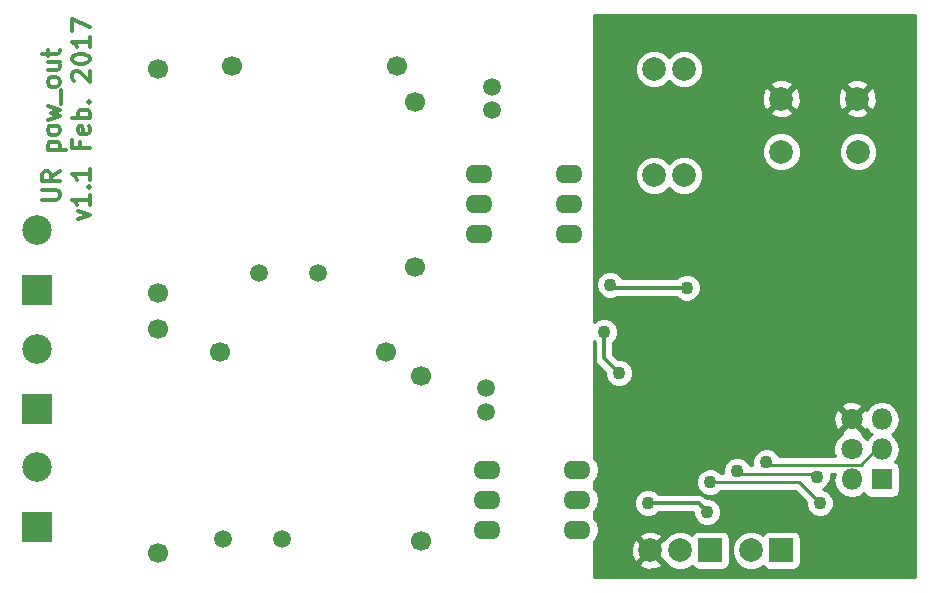
<source format=gtl>
G04 #@! TF.FileFunction,Copper,L1,Top,Signal*
%FSLAX46Y46*%
G04 Gerber Fmt 4.6, Leading zero omitted, Abs format (unit mm)*
G04 Created by KiCad (PCBNEW 4.0.4+dfsg1-stable) date Mon Feb 27 19:18:29 2017*
%MOMM*%
%LPD*%
G01*
G04 APERTURE LIST*
%ADD10C,0.100000*%
%ADD11C,0.300000*%
%ADD12C,1.700000*%
%ADD13R,1.800000X1.800000*%
%ADD14O,1.800000X1.800000*%
%ADD15C,1.800000*%
%ADD16C,2.000000*%
%ADD17C,1.500000*%
%ADD18R,2.000000X2.000000*%
%ADD19R,2.500000X2.500000*%
%ADD20C,2.500000*%
%ADD21O,2.300000X1.600000*%
%ADD22C,1.100000*%
%ADD23C,0.250000*%
%ADD24C,0.254000*%
G04 APERTURE END LIST*
D10*
D11*
X6403571Y32678571D02*
X7617857Y32678571D01*
X7760714Y32749999D01*
X7832143Y32821428D01*
X7903571Y32964285D01*
X7903571Y33249999D01*
X7832143Y33392857D01*
X7760714Y33464285D01*
X7617857Y33535714D01*
X6403571Y33535714D01*
X7903571Y35107143D02*
X7189286Y34607143D01*
X7903571Y34250000D02*
X6403571Y34250000D01*
X6403571Y34821428D01*
X6475000Y34964286D01*
X6546429Y35035714D01*
X6689286Y35107143D01*
X6903571Y35107143D01*
X7046429Y35035714D01*
X7117857Y34964286D01*
X7189286Y34821428D01*
X7189286Y34250000D01*
X6903571Y36892857D02*
X8403571Y36892857D01*
X6975000Y36892857D02*
X6903571Y37035714D01*
X6903571Y37321428D01*
X6975000Y37464285D01*
X7046429Y37535714D01*
X7189286Y37607143D01*
X7617857Y37607143D01*
X7760714Y37535714D01*
X7832143Y37464285D01*
X7903571Y37321428D01*
X7903571Y37035714D01*
X7832143Y36892857D01*
X7903571Y38464286D02*
X7832143Y38321428D01*
X7760714Y38250000D01*
X7617857Y38178571D01*
X7189286Y38178571D01*
X7046429Y38250000D01*
X6975000Y38321428D01*
X6903571Y38464286D01*
X6903571Y38678571D01*
X6975000Y38821428D01*
X7046429Y38892857D01*
X7189286Y38964286D01*
X7617857Y38964286D01*
X7760714Y38892857D01*
X7832143Y38821428D01*
X7903571Y38678571D01*
X7903571Y38464286D01*
X6903571Y39464286D02*
X7903571Y39750000D01*
X7189286Y40035714D01*
X7903571Y40321429D01*
X6903571Y40607143D01*
X8046429Y40821429D02*
X8046429Y41964286D01*
X7903571Y42535715D02*
X7832143Y42392857D01*
X7760714Y42321429D01*
X7617857Y42250000D01*
X7189286Y42250000D01*
X7046429Y42321429D01*
X6975000Y42392857D01*
X6903571Y42535715D01*
X6903571Y42750000D01*
X6975000Y42892857D01*
X7046429Y42964286D01*
X7189286Y43035715D01*
X7617857Y43035715D01*
X7760714Y42964286D01*
X7832143Y42892857D01*
X7903571Y42750000D01*
X7903571Y42535715D01*
X6903571Y44321429D02*
X7903571Y44321429D01*
X6903571Y43678572D02*
X7689286Y43678572D01*
X7832143Y43750000D01*
X7903571Y43892858D01*
X7903571Y44107143D01*
X7832143Y44250000D01*
X7760714Y44321429D01*
X6903571Y44821429D02*
X6903571Y45392858D01*
X6403571Y45035715D02*
X7689286Y45035715D01*
X7832143Y45107143D01*
X7903571Y45250001D01*
X7903571Y45392858D01*
X9453571Y31035716D02*
X10453571Y31392859D01*
X9453571Y31750001D01*
X10453571Y33107144D02*
X10453571Y32250001D01*
X10453571Y32678573D02*
X8953571Y32678573D01*
X9167857Y32535716D01*
X9310714Y32392858D01*
X9382143Y32250001D01*
X10310714Y33750001D02*
X10382143Y33821429D01*
X10453571Y33750001D01*
X10382143Y33678572D01*
X10310714Y33750001D01*
X10453571Y33750001D01*
X10453571Y35250001D02*
X10453571Y34392858D01*
X10453571Y34821430D02*
X8953571Y34821430D01*
X9167857Y34678573D01*
X9310714Y34535715D01*
X9382143Y34392858D01*
X9667857Y37535715D02*
X9667857Y37035715D01*
X10453571Y37035715D02*
X8953571Y37035715D01*
X8953571Y37750001D01*
X10382143Y38892857D02*
X10453571Y38750000D01*
X10453571Y38464286D01*
X10382143Y38321429D01*
X10239286Y38250000D01*
X9667857Y38250000D01*
X9525000Y38321429D01*
X9453571Y38464286D01*
X9453571Y38750000D01*
X9525000Y38892857D01*
X9667857Y38964286D01*
X9810714Y38964286D01*
X9953571Y38250000D01*
X10453571Y39607143D02*
X8953571Y39607143D01*
X9525000Y39607143D02*
X9453571Y39750000D01*
X9453571Y40035714D01*
X9525000Y40178571D01*
X9596429Y40250000D01*
X9739286Y40321429D01*
X10167857Y40321429D01*
X10310714Y40250000D01*
X10382143Y40178571D01*
X10453571Y40035714D01*
X10453571Y39750000D01*
X10382143Y39607143D01*
X10310714Y40964286D02*
X10382143Y41035714D01*
X10453571Y40964286D01*
X10382143Y40892857D01*
X10310714Y40964286D01*
X10453571Y40964286D01*
X9096429Y42750000D02*
X9025000Y42821429D01*
X8953571Y42964286D01*
X8953571Y43321429D01*
X9025000Y43464286D01*
X9096429Y43535715D01*
X9239286Y43607143D01*
X9382143Y43607143D01*
X9596429Y43535715D01*
X10453571Y42678572D01*
X10453571Y43607143D01*
X8953571Y44535714D02*
X8953571Y44678571D01*
X9025000Y44821428D01*
X9096429Y44892857D01*
X9239286Y44964286D01*
X9525000Y45035714D01*
X9882143Y45035714D01*
X10167857Y44964286D01*
X10310714Y44892857D01*
X10382143Y44821428D01*
X10453571Y44678571D01*
X10453571Y44535714D01*
X10382143Y44392857D01*
X10310714Y44321428D01*
X10167857Y44250000D01*
X9882143Y44178571D01*
X9525000Y44178571D01*
X9239286Y44250000D01*
X9096429Y44321428D01*
X9025000Y44392857D01*
X8953571Y44535714D01*
X10453571Y46464285D02*
X10453571Y45607142D01*
X10453571Y46035714D02*
X8953571Y46035714D01*
X9167857Y45892857D01*
X9310714Y45749999D01*
X9382143Y45607142D01*
X8953571Y46964285D02*
X8953571Y47964285D01*
X10453571Y47321428D01*
D12*
X38500000Y17750000D03*
X38500000Y3750000D03*
D13*
X77500000Y9000000D03*
D14*
X74960000Y9000000D03*
X77500000Y11540000D03*
D15*
X74960000Y11540000D03*
D14*
X77500000Y14080000D03*
D15*
X74960000Y14080000D03*
D16*
X60770000Y43750000D03*
X58230000Y43750000D03*
D17*
X44000000Y16750000D03*
X44000000Y14750000D03*
X44500000Y42250000D03*
X44500000Y40250000D03*
X21750000Y4000000D03*
X26750000Y4000000D03*
X24750000Y26500000D03*
X29750000Y26500000D03*
D18*
X69000000Y3000000D03*
D16*
X66460000Y3000000D03*
D19*
X6000000Y5000000D03*
D20*
X6000000Y10080000D03*
D18*
X63000000Y3000000D03*
D16*
X60460000Y3000000D03*
X57920000Y3000000D03*
D19*
X6000000Y15000000D03*
D20*
X6000000Y20080000D03*
D19*
X6000000Y25000000D03*
D20*
X6000000Y30080000D03*
D12*
X38000000Y41000000D03*
X38000000Y27000000D03*
X21500000Y19750000D03*
X35500000Y19750000D03*
X22500000Y44000000D03*
X36500000Y44000000D03*
X16250000Y2750000D03*
X16250000Y21750000D03*
X16250000Y24750000D03*
X16250000Y43750000D03*
D21*
X51750000Y4750000D03*
X51750000Y7290000D03*
X51750000Y9830000D03*
X44130000Y9830000D03*
X44130000Y7290000D03*
X44130000Y4750000D03*
X51000000Y29750000D03*
X51000000Y32290000D03*
X51000000Y34830000D03*
X43380000Y34830000D03*
X43380000Y32290000D03*
X43380000Y29750000D03*
D16*
X60770000Y34750000D03*
X58230000Y34750000D03*
X75501200Y36752100D03*
X68998800Y36752100D03*
X75425000Y41247900D03*
X68998800Y41247900D03*
D22*
X54500000Y25500000D03*
X61000000Y25250000D03*
X54000000Y21500000D03*
X55250000Y18000000D03*
X72000000Y9250000D03*
X65250000Y9750000D03*
X57750000Y7000000D03*
X62750000Y6250000D03*
X73500000Y25750000D03*
X60000000Y14250000D03*
X60000000Y21000000D03*
X59250000Y8500000D03*
X63000000Y8750000D03*
X72250000Y7000000D03*
X67750000Y10500000D03*
D11*
X54750000Y25250000D02*
X61000000Y25250000D01*
X54500000Y25500000D02*
X54750000Y25250000D01*
X54000000Y19250000D02*
X54000000Y21500000D01*
X55250000Y18000000D02*
X54000000Y19250000D01*
D23*
X72000000Y9250000D02*
X71750000Y9500000D01*
X71750000Y9500000D02*
X65500000Y9500000D01*
X65500000Y9500000D02*
X65250000Y9750000D01*
D11*
X62000000Y7000000D02*
X57750000Y7000000D01*
X62750000Y6250000D02*
X62000000Y7000000D01*
D23*
X70500000Y8750000D02*
X63000000Y8750000D01*
X72250000Y7000000D02*
X70500000Y8750000D01*
X77500000Y11540000D02*
X77040000Y11540000D01*
X77040000Y11540000D02*
X75750000Y10250000D01*
X75750000Y10250000D02*
X68000000Y10250000D01*
X68000000Y10250000D02*
X67750000Y10500000D01*
D24*
G36*
X80290000Y710000D02*
X53127000Y710000D01*
X53127000Y1847468D01*
X56947073Y1847468D01*
X57045736Y1580613D01*
X57655461Y1354092D01*
X58305460Y1378144D01*
X58794264Y1580613D01*
X58892927Y1847468D01*
X57920000Y2820395D01*
X56947073Y1847468D01*
X53127000Y1847468D01*
X53127000Y3264539D01*
X56274092Y3264539D01*
X56298144Y2614540D01*
X56500613Y2125736D01*
X56767468Y2027073D01*
X57740395Y3000000D01*
X58099605Y3000000D01*
X59072532Y2027073D01*
X59107938Y2040164D01*
X59532637Y1614722D01*
X60133352Y1365284D01*
X60783795Y1364716D01*
X61384943Y1613106D01*
X61451574Y1679621D01*
X61535910Y1548559D01*
X61748110Y1403569D01*
X62000000Y1352560D01*
X64000000Y1352560D01*
X64235317Y1396838D01*
X64451441Y1535910D01*
X64596431Y1748110D01*
X64647440Y2000000D01*
X64647440Y2676205D01*
X64824716Y2676205D01*
X65073106Y2075057D01*
X65532637Y1614722D01*
X66133352Y1365284D01*
X66783795Y1364716D01*
X67384943Y1613106D01*
X67451574Y1679621D01*
X67535910Y1548559D01*
X67748110Y1403569D01*
X68000000Y1352560D01*
X70000000Y1352560D01*
X70235317Y1396838D01*
X70451441Y1535910D01*
X70596431Y1748110D01*
X70647440Y2000000D01*
X70647440Y4000000D01*
X70603162Y4235317D01*
X70464090Y4451441D01*
X70251890Y4596431D01*
X70000000Y4647440D01*
X68000000Y4647440D01*
X67764683Y4603162D01*
X67548559Y4464090D01*
X67451090Y4321439D01*
X67387363Y4385278D01*
X66786648Y4634716D01*
X66136205Y4635284D01*
X65535057Y4386894D01*
X65074722Y3927363D01*
X64825284Y3326648D01*
X64824716Y2676205D01*
X64647440Y2676205D01*
X64647440Y4000000D01*
X64603162Y4235317D01*
X64464090Y4451441D01*
X64251890Y4596431D01*
X64000000Y4647440D01*
X62000000Y4647440D01*
X61764683Y4603162D01*
X61548559Y4464090D01*
X61451090Y4321439D01*
X61387363Y4385278D01*
X60786648Y4634716D01*
X60136205Y4635284D01*
X59535057Y4386894D01*
X59107438Y3960022D01*
X59072532Y3972927D01*
X58099605Y3000000D01*
X57740395Y3000000D01*
X56767468Y3972927D01*
X56500613Y3874264D01*
X56274092Y3264539D01*
X53127000Y3264539D01*
X53127000Y3720156D01*
X53149668Y3735302D01*
X53428452Y4152532D01*
X56947073Y4152532D01*
X57920000Y3179605D01*
X58892927Y4152532D01*
X58794264Y4419387D01*
X58184539Y4645908D01*
X57534540Y4621856D01*
X57045736Y4419387D01*
X56947073Y4152532D01*
X53428452Y4152532D01*
X53460737Y4200849D01*
X53569970Y4750000D01*
X53460737Y5299151D01*
X53149668Y5764698D01*
X53127000Y5779844D01*
X53127000Y6260156D01*
X53149668Y6275302D01*
X53460737Y6740849D01*
X53465605Y6765323D01*
X56564794Y6765323D01*
X56744820Y6329628D01*
X57077875Y5995991D01*
X57513255Y5815206D01*
X57984677Y5814794D01*
X58420372Y5994820D01*
X58640937Y6215000D01*
X61564969Y6215000D01*
X61564794Y6015323D01*
X61744820Y5579628D01*
X62077875Y5245991D01*
X62513255Y5065206D01*
X62984677Y5064794D01*
X63420372Y5244820D01*
X63754009Y5577875D01*
X63934794Y6013255D01*
X63935206Y6484677D01*
X63755180Y6920372D01*
X63422125Y7254009D01*
X62986745Y7434794D01*
X62675092Y7435066D01*
X62555079Y7555079D01*
X62300407Y7725245D01*
X62000000Y7785000D01*
X58640752Y7785000D01*
X58422125Y8004009D01*
X57986745Y8184794D01*
X57515323Y8185206D01*
X57079628Y8005180D01*
X56745991Y7672125D01*
X56565206Y7236745D01*
X56564794Y6765323D01*
X53465605Y6765323D01*
X53569970Y7290000D01*
X53460737Y7839151D01*
X53149668Y8304698D01*
X53127000Y8319844D01*
X53127000Y8515323D01*
X61814794Y8515323D01*
X61994820Y8079628D01*
X62327875Y7745991D01*
X62763255Y7565206D01*
X63234677Y7564794D01*
X63670372Y7744820D01*
X63915980Y7990000D01*
X70185198Y7990000D01*
X71065095Y7110103D01*
X71064794Y6765323D01*
X71244820Y6329628D01*
X71577875Y5995991D01*
X72013255Y5815206D01*
X72484677Y5814794D01*
X72920372Y5994820D01*
X73254009Y6327875D01*
X73434794Y6763255D01*
X73435206Y7234677D01*
X73255180Y7670372D01*
X72922125Y8004009D01*
X72505874Y8176851D01*
X72670372Y8244820D01*
X73004009Y8577875D01*
X73184794Y9013255D01*
X73185206Y9484677D01*
X73183007Y9490000D01*
X73516485Y9490000D01*
X73425000Y9030072D01*
X73425000Y8969928D01*
X73541845Y8382509D01*
X73874591Y7884519D01*
X74372581Y7551773D01*
X74960000Y7434928D01*
X75547419Y7551773D01*
X76002516Y7855859D01*
X76135910Y7648559D01*
X76348110Y7503569D01*
X76600000Y7452560D01*
X78400000Y7452560D01*
X78635317Y7496838D01*
X78851441Y7635910D01*
X78996431Y7848110D01*
X79047440Y8100000D01*
X79047440Y9900000D01*
X79003162Y10135317D01*
X78864090Y10351441D01*
X78651890Y10496431D01*
X78635656Y10499719D01*
X78918155Y10922509D01*
X79035000Y11509928D01*
X79035000Y11570072D01*
X78918155Y12157491D01*
X78585409Y12655481D01*
X78354155Y12810000D01*
X78585409Y12964519D01*
X78918155Y13462509D01*
X79035000Y14049928D01*
X79035000Y14110072D01*
X78918155Y14697491D01*
X78585409Y15195481D01*
X78087419Y15528227D01*
X77500000Y15645072D01*
X76912581Y15528227D01*
X76414591Y15195481D01*
X76228570Y14917081D01*
X76040159Y14980554D01*
X75139605Y14080000D01*
X76040159Y13179446D01*
X76228570Y13242919D01*
X76414591Y12964519D01*
X76645845Y12810000D01*
X76414591Y12655481D01*
X76254526Y12415926D01*
X75830643Y12840551D01*
X75809806Y12849203D01*
X75860554Y12999841D01*
X74960000Y13900395D01*
X74059446Y12999841D01*
X74110035Y12849673D01*
X74091629Y12842068D01*
X73659449Y12410643D01*
X73425267Y11846670D01*
X73424735Y11236009D01*
X73518120Y11010000D01*
X68821445Y11010000D01*
X68755180Y11170372D01*
X68422125Y11504009D01*
X67986745Y11684794D01*
X67515323Y11685206D01*
X67079628Y11505180D01*
X66745991Y11172125D01*
X66565206Y10736745D01*
X66564794Y10265323D01*
X66566993Y10260000D01*
X66321445Y10260000D01*
X66255180Y10420372D01*
X65922125Y10754009D01*
X65486745Y10934794D01*
X65015323Y10935206D01*
X64579628Y10755180D01*
X64245991Y10422125D01*
X64065206Y9986745D01*
X64064794Y9515323D01*
X64066993Y9510000D01*
X63915708Y9510000D01*
X63672125Y9754009D01*
X63236745Y9934794D01*
X62765323Y9935206D01*
X62329628Y9755180D01*
X61995991Y9422125D01*
X61815206Y8986745D01*
X61814794Y8515323D01*
X53127000Y8515323D01*
X53127000Y8800156D01*
X53149668Y8815302D01*
X53460737Y9280849D01*
X53569970Y9830000D01*
X53460737Y10379151D01*
X53149668Y10844698D01*
X53127000Y10859844D01*
X53127000Y14320664D01*
X73413542Y14320664D01*
X73439161Y13710540D01*
X73623357Y13265852D01*
X73879841Y13179446D01*
X74780395Y14080000D01*
X73879841Y14980554D01*
X73623357Y14894148D01*
X73413542Y14320664D01*
X53127000Y14320664D01*
X53127000Y15160159D01*
X74059446Y15160159D01*
X74960000Y14259605D01*
X75860554Y15160159D01*
X75774148Y15416643D01*
X75200664Y15626458D01*
X74590540Y15600839D01*
X74145852Y15416643D01*
X74059446Y15160159D01*
X53127000Y15160159D01*
X53127000Y20697217D01*
X53215000Y20609063D01*
X53215000Y19250000D01*
X53274755Y18949593D01*
X53444921Y18694921D01*
X54065064Y18074778D01*
X54064794Y17765323D01*
X54244820Y17329628D01*
X54577875Y16995991D01*
X55013255Y16815206D01*
X55484677Y16814794D01*
X55920372Y16994820D01*
X56254009Y17327875D01*
X56434794Y17763255D01*
X56435206Y18234677D01*
X56255180Y18670372D01*
X55922125Y19004009D01*
X55486745Y19184794D01*
X55175092Y19185066D01*
X54785000Y19575158D01*
X54785000Y20609248D01*
X55004009Y20827875D01*
X55184794Y21263255D01*
X55185206Y21734677D01*
X55005180Y22170372D01*
X54672125Y22504009D01*
X54236745Y22684794D01*
X53765323Y22685206D01*
X53329628Y22505180D01*
X53127000Y22302905D01*
X53127000Y25265323D01*
X53314794Y25265323D01*
X53494820Y24829628D01*
X53827875Y24495991D01*
X54263255Y24315206D01*
X54734677Y24314794D01*
X55098202Y24465000D01*
X60109248Y24465000D01*
X60327875Y24245991D01*
X60763255Y24065206D01*
X61234677Y24064794D01*
X61670372Y24244820D01*
X62004009Y24577875D01*
X62184794Y25013255D01*
X62185206Y25484677D01*
X62005180Y25920372D01*
X61672125Y26254009D01*
X61236745Y26434794D01*
X60765323Y26435206D01*
X60329628Y26255180D01*
X60109063Y26035000D01*
X55561115Y26035000D01*
X55505180Y26170372D01*
X55172125Y26504009D01*
X54736745Y26684794D01*
X54265323Y26685206D01*
X53829628Y26505180D01*
X53495991Y26172125D01*
X53315206Y25736745D01*
X53314794Y25265323D01*
X53127000Y25265323D01*
X53127000Y34426205D01*
X56594716Y34426205D01*
X56843106Y33825057D01*
X57302637Y33364722D01*
X57903352Y33115284D01*
X58553795Y33114716D01*
X59154943Y33363106D01*
X59500199Y33707759D01*
X59842637Y33364722D01*
X60443352Y33115284D01*
X61093795Y33114716D01*
X61694943Y33363106D01*
X62155278Y33822637D01*
X62404716Y34423352D01*
X62405284Y35073795D01*
X62156894Y35674943D01*
X61697363Y36135278D01*
X61096648Y36384716D01*
X60446205Y36385284D01*
X59845057Y36136894D01*
X59499801Y35792241D01*
X59157363Y36135278D01*
X58556648Y36384716D01*
X57906205Y36385284D01*
X57305057Y36136894D01*
X56844722Y35677363D01*
X56595284Y35076648D01*
X56594716Y34426205D01*
X53127000Y34426205D01*
X53127000Y36428305D01*
X67363516Y36428305D01*
X67611906Y35827157D01*
X68071437Y35366822D01*
X68672152Y35117384D01*
X69322595Y35116816D01*
X69923743Y35365206D01*
X70384078Y35824737D01*
X70633516Y36425452D01*
X70633518Y36428305D01*
X73865916Y36428305D01*
X74114306Y35827157D01*
X74573837Y35366822D01*
X75174552Y35117384D01*
X75824995Y35116816D01*
X76426143Y35365206D01*
X76886478Y35824737D01*
X77135916Y36425452D01*
X77136484Y37075895D01*
X76888094Y37677043D01*
X76428563Y38137378D01*
X75827848Y38386816D01*
X75177405Y38387384D01*
X74576257Y38138994D01*
X74115922Y37679463D01*
X73866484Y37078748D01*
X73865916Y36428305D01*
X70633518Y36428305D01*
X70634084Y37075895D01*
X70385694Y37677043D01*
X69926163Y38137378D01*
X69325448Y38386816D01*
X68675005Y38387384D01*
X68073857Y38138994D01*
X67613522Y37679463D01*
X67364084Y37078748D01*
X67363516Y36428305D01*
X53127000Y36428305D01*
X53127000Y40095368D01*
X68025873Y40095368D01*
X68124536Y39828513D01*
X68734261Y39601992D01*
X69384260Y39626044D01*
X69873064Y39828513D01*
X69971727Y40095368D01*
X74452073Y40095368D01*
X74550736Y39828513D01*
X75160461Y39601992D01*
X75810460Y39626044D01*
X76299264Y39828513D01*
X76397927Y40095368D01*
X75425000Y41068295D01*
X74452073Y40095368D01*
X69971727Y40095368D01*
X68998800Y41068295D01*
X68025873Y40095368D01*
X53127000Y40095368D01*
X53127000Y41512439D01*
X67352892Y41512439D01*
X67376944Y40862440D01*
X67579413Y40373636D01*
X67846268Y40274973D01*
X68819195Y41247900D01*
X69178405Y41247900D01*
X70151332Y40274973D01*
X70418187Y40373636D01*
X70644708Y40983361D01*
X70625131Y41512439D01*
X73779092Y41512439D01*
X73803144Y40862440D01*
X74005613Y40373636D01*
X74272468Y40274973D01*
X75245395Y41247900D01*
X75604605Y41247900D01*
X76577532Y40274973D01*
X76844387Y40373636D01*
X77070908Y40983361D01*
X77046856Y41633360D01*
X76844387Y42122164D01*
X76577532Y42220827D01*
X75604605Y41247900D01*
X75245395Y41247900D01*
X74272468Y42220827D01*
X74005613Y42122164D01*
X73779092Y41512439D01*
X70625131Y41512439D01*
X70620656Y41633360D01*
X70418187Y42122164D01*
X70151332Y42220827D01*
X69178405Y41247900D01*
X68819195Y41247900D01*
X67846268Y42220827D01*
X67579413Y42122164D01*
X67352892Y41512439D01*
X53127000Y41512439D01*
X53127000Y43426205D01*
X56594716Y43426205D01*
X56843106Y42825057D01*
X57302637Y42364722D01*
X57903352Y42115284D01*
X58553795Y42114716D01*
X59154943Y42363106D01*
X59500199Y42707759D01*
X59842637Y42364722D01*
X60443352Y42115284D01*
X61093795Y42114716D01*
X61694943Y42363106D01*
X61732334Y42400432D01*
X68025873Y42400432D01*
X68998800Y41427505D01*
X69971727Y42400432D01*
X74452073Y42400432D01*
X75425000Y41427505D01*
X76397927Y42400432D01*
X76299264Y42667287D01*
X75689539Y42893808D01*
X75039540Y42869756D01*
X74550736Y42667287D01*
X74452073Y42400432D01*
X69971727Y42400432D01*
X69873064Y42667287D01*
X69263339Y42893808D01*
X68613340Y42869756D01*
X68124536Y42667287D01*
X68025873Y42400432D01*
X61732334Y42400432D01*
X62155278Y42822637D01*
X62404716Y43423352D01*
X62405284Y44073795D01*
X62156894Y44674943D01*
X61697363Y45135278D01*
X61096648Y45384716D01*
X60446205Y45385284D01*
X59845057Y45136894D01*
X59499801Y44792241D01*
X59157363Y45135278D01*
X58556648Y45384716D01*
X57906205Y45385284D01*
X57305057Y45136894D01*
X56844722Y44677363D01*
X56595284Y44076648D01*
X56594716Y43426205D01*
X53127000Y43426205D01*
X53127000Y48290000D01*
X80290000Y48290000D01*
X80290000Y710000D01*
X80290000Y710000D01*
G37*
X80290000Y710000D02*
X53127000Y710000D01*
X53127000Y1847468D01*
X56947073Y1847468D01*
X57045736Y1580613D01*
X57655461Y1354092D01*
X58305460Y1378144D01*
X58794264Y1580613D01*
X58892927Y1847468D01*
X57920000Y2820395D01*
X56947073Y1847468D01*
X53127000Y1847468D01*
X53127000Y3264539D01*
X56274092Y3264539D01*
X56298144Y2614540D01*
X56500613Y2125736D01*
X56767468Y2027073D01*
X57740395Y3000000D01*
X58099605Y3000000D01*
X59072532Y2027073D01*
X59107938Y2040164D01*
X59532637Y1614722D01*
X60133352Y1365284D01*
X60783795Y1364716D01*
X61384943Y1613106D01*
X61451574Y1679621D01*
X61535910Y1548559D01*
X61748110Y1403569D01*
X62000000Y1352560D01*
X64000000Y1352560D01*
X64235317Y1396838D01*
X64451441Y1535910D01*
X64596431Y1748110D01*
X64647440Y2000000D01*
X64647440Y2676205D01*
X64824716Y2676205D01*
X65073106Y2075057D01*
X65532637Y1614722D01*
X66133352Y1365284D01*
X66783795Y1364716D01*
X67384943Y1613106D01*
X67451574Y1679621D01*
X67535910Y1548559D01*
X67748110Y1403569D01*
X68000000Y1352560D01*
X70000000Y1352560D01*
X70235317Y1396838D01*
X70451441Y1535910D01*
X70596431Y1748110D01*
X70647440Y2000000D01*
X70647440Y4000000D01*
X70603162Y4235317D01*
X70464090Y4451441D01*
X70251890Y4596431D01*
X70000000Y4647440D01*
X68000000Y4647440D01*
X67764683Y4603162D01*
X67548559Y4464090D01*
X67451090Y4321439D01*
X67387363Y4385278D01*
X66786648Y4634716D01*
X66136205Y4635284D01*
X65535057Y4386894D01*
X65074722Y3927363D01*
X64825284Y3326648D01*
X64824716Y2676205D01*
X64647440Y2676205D01*
X64647440Y4000000D01*
X64603162Y4235317D01*
X64464090Y4451441D01*
X64251890Y4596431D01*
X64000000Y4647440D01*
X62000000Y4647440D01*
X61764683Y4603162D01*
X61548559Y4464090D01*
X61451090Y4321439D01*
X61387363Y4385278D01*
X60786648Y4634716D01*
X60136205Y4635284D01*
X59535057Y4386894D01*
X59107438Y3960022D01*
X59072532Y3972927D01*
X58099605Y3000000D01*
X57740395Y3000000D01*
X56767468Y3972927D01*
X56500613Y3874264D01*
X56274092Y3264539D01*
X53127000Y3264539D01*
X53127000Y3720156D01*
X53149668Y3735302D01*
X53428452Y4152532D01*
X56947073Y4152532D01*
X57920000Y3179605D01*
X58892927Y4152532D01*
X58794264Y4419387D01*
X58184539Y4645908D01*
X57534540Y4621856D01*
X57045736Y4419387D01*
X56947073Y4152532D01*
X53428452Y4152532D01*
X53460737Y4200849D01*
X53569970Y4750000D01*
X53460737Y5299151D01*
X53149668Y5764698D01*
X53127000Y5779844D01*
X53127000Y6260156D01*
X53149668Y6275302D01*
X53460737Y6740849D01*
X53465605Y6765323D01*
X56564794Y6765323D01*
X56744820Y6329628D01*
X57077875Y5995991D01*
X57513255Y5815206D01*
X57984677Y5814794D01*
X58420372Y5994820D01*
X58640937Y6215000D01*
X61564969Y6215000D01*
X61564794Y6015323D01*
X61744820Y5579628D01*
X62077875Y5245991D01*
X62513255Y5065206D01*
X62984677Y5064794D01*
X63420372Y5244820D01*
X63754009Y5577875D01*
X63934794Y6013255D01*
X63935206Y6484677D01*
X63755180Y6920372D01*
X63422125Y7254009D01*
X62986745Y7434794D01*
X62675092Y7435066D01*
X62555079Y7555079D01*
X62300407Y7725245D01*
X62000000Y7785000D01*
X58640752Y7785000D01*
X58422125Y8004009D01*
X57986745Y8184794D01*
X57515323Y8185206D01*
X57079628Y8005180D01*
X56745991Y7672125D01*
X56565206Y7236745D01*
X56564794Y6765323D01*
X53465605Y6765323D01*
X53569970Y7290000D01*
X53460737Y7839151D01*
X53149668Y8304698D01*
X53127000Y8319844D01*
X53127000Y8515323D01*
X61814794Y8515323D01*
X61994820Y8079628D01*
X62327875Y7745991D01*
X62763255Y7565206D01*
X63234677Y7564794D01*
X63670372Y7744820D01*
X63915980Y7990000D01*
X70185198Y7990000D01*
X71065095Y7110103D01*
X71064794Y6765323D01*
X71244820Y6329628D01*
X71577875Y5995991D01*
X72013255Y5815206D01*
X72484677Y5814794D01*
X72920372Y5994820D01*
X73254009Y6327875D01*
X73434794Y6763255D01*
X73435206Y7234677D01*
X73255180Y7670372D01*
X72922125Y8004009D01*
X72505874Y8176851D01*
X72670372Y8244820D01*
X73004009Y8577875D01*
X73184794Y9013255D01*
X73185206Y9484677D01*
X73183007Y9490000D01*
X73516485Y9490000D01*
X73425000Y9030072D01*
X73425000Y8969928D01*
X73541845Y8382509D01*
X73874591Y7884519D01*
X74372581Y7551773D01*
X74960000Y7434928D01*
X75547419Y7551773D01*
X76002516Y7855859D01*
X76135910Y7648559D01*
X76348110Y7503569D01*
X76600000Y7452560D01*
X78400000Y7452560D01*
X78635317Y7496838D01*
X78851441Y7635910D01*
X78996431Y7848110D01*
X79047440Y8100000D01*
X79047440Y9900000D01*
X79003162Y10135317D01*
X78864090Y10351441D01*
X78651890Y10496431D01*
X78635656Y10499719D01*
X78918155Y10922509D01*
X79035000Y11509928D01*
X79035000Y11570072D01*
X78918155Y12157491D01*
X78585409Y12655481D01*
X78354155Y12810000D01*
X78585409Y12964519D01*
X78918155Y13462509D01*
X79035000Y14049928D01*
X79035000Y14110072D01*
X78918155Y14697491D01*
X78585409Y15195481D01*
X78087419Y15528227D01*
X77500000Y15645072D01*
X76912581Y15528227D01*
X76414591Y15195481D01*
X76228570Y14917081D01*
X76040159Y14980554D01*
X75139605Y14080000D01*
X76040159Y13179446D01*
X76228570Y13242919D01*
X76414591Y12964519D01*
X76645845Y12810000D01*
X76414591Y12655481D01*
X76254526Y12415926D01*
X75830643Y12840551D01*
X75809806Y12849203D01*
X75860554Y12999841D01*
X74960000Y13900395D01*
X74059446Y12999841D01*
X74110035Y12849673D01*
X74091629Y12842068D01*
X73659449Y12410643D01*
X73425267Y11846670D01*
X73424735Y11236009D01*
X73518120Y11010000D01*
X68821445Y11010000D01*
X68755180Y11170372D01*
X68422125Y11504009D01*
X67986745Y11684794D01*
X67515323Y11685206D01*
X67079628Y11505180D01*
X66745991Y11172125D01*
X66565206Y10736745D01*
X66564794Y10265323D01*
X66566993Y10260000D01*
X66321445Y10260000D01*
X66255180Y10420372D01*
X65922125Y10754009D01*
X65486745Y10934794D01*
X65015323Y10935206D01*
X64579628Y10755180D01*
X64245991Y10422125D01*
X64065206Y9986745D01*
X64064794Y9515323D01*
X64066993Y9510000D01*
X63915708Y9510000D01*
X63672125Y9754009D01*
X63236745Y9934794D01*
X62765323Y9935206D01*
X62329628Y9755180D01*
X61995991Y9422125D01*
X61815206Y8986745D01*
X61814794Y8515323D01*
X53127000Y8515323D01*
X53127000Y8800156D01*
X53149668Y8815302D01*
X53460737Y9280849D01*
X53569970Y9830000D01*
X53460737Y10379151D01*
X53149668Y10844698D01*
X53127000Y10859844D01*
X53127000Y14320664D01*
X73413542Y14320664D01*
X73439161Y13710540D01*
X73623357Y13265852D01*
X73879841Y13179446D01*
X74780395Y14080000D01*
X73879841Y14980554D01*
X73623357Y14894148D01*
X73413542Y14320664D01*
X53127000Y14320664D01*
X53127000Y15160159D01*
X74059446Y15160159D01*
X74960000Y14259605D01*
X75860554Y15160159D01*
X75774148Y15416643D01*
X75200664Y15626458D01*
X74590540Y15600839D01*
X74145852Y15416643D01*
X74059446Y15160159D01*
X53127000Y15160159D01*
X53127000Y20697217D01*
X53215000Y20609063D01*
X53215000Y19250000D01*
X53274755Y18949593D01*
X53444921Y18694921D01*
X54065064Y18074778D01*
X54064794Y17765323D01*
X54244820Y17329628D01*
X54577875Y16995991D01*
X55013255Y16815206D01*
X55484677Y16814794D01*
X55920372Y16994820D01*
X56254009Y17327875D01*
X56434794Y17763255D01*
X56435206Y18234677D01*
X56255180Y18670372D01*
X55922125Y19004009D01*
X55486745Y19184794D01*
X55175092Y19185066D01*
X54785000Y19575158D01*
X54785000Y20609248D01*
X55004009Y20827875D01*
X55184794Y21263255D01*
X55185206Y21734677D01*
X55005180Y22170372D01*
X54672125Y22504009D01*
X54236745Y22684794D01*
X53765323Y22685206D01*
X53329628Y22505180D01*
X53127000Y22302905D01*
X53127000Y25265323D01*
X53314794Y25265323D01*
X53494820Y24829628D01*
X53827875Y24495991D01*
X54263255Y24315206D01*
X54734677Y24314794D01*
X55098202Y24465000D01*
X60109248Y24465000D01*
X60327875Y24245991D01*
X60763255Y24065206D01*
X61234677Y24064794D01*
X61670372Y24244820D01*
X62004009Y24577875D01*
X62184794Y25013255D01*
X62185206Y25484677D01*
X62005180Y25920372D01*
X61672125Y26254009D01*
X61236745Y26434794D01*
X60765323Y26435206D01*
X60329628Y26255180D01*
X60109063Y26035000D01*
X55561115Y26035000D01*
X55505180Y26170372D01*
X55172125Y26504009D01*
X54736745Y26684794D01*
X54265323Y26685206D01*
X53829628Y26505180D01*
X53495991Y26172125D01*
X53315206Y25736745D01*
X53314794Y25265323D01*
X53127000Y25265323D01*
X53127000Y34426205D01*
X56594716Y34426205D01*
X56843106Y33825057D01*
X57302637Y33364722D01*
X57903352Y33115284D01*
X58553795Y33114716D01*
X59154943Y33363106D01*
X59500199Y33707759D01*
X59842637Y33364722D01*
X60443352Y33115284D01*
X61093795Y33114716D01*
X61694943Y33363106D01*
X62155278Y33822637D01*
X62404716Y34423352D01*
X62405284Y35073795D01*
X62156894Y35674943D01*
X61697363Y36135278D01*
X61096648Y36384716D01*
X60446205Y36385284D01*
X59845057Y36136894D01*
X59499801Y35792241D01*
X59157363Y36135278D01*
X58556648Y36384716D01*
X57906205Y36385284D01*
X57305057Y36136894D01*
X56844722Y35677363D01*
X56595284Y35076648D01*
X56594716Y34426205D01*
X53127000Y34426205D01*
X53127000Y36428305D01*
X67363516Y36428305D01*
X67611906Y35827157D01*
X68071437Y35366822D01*
X68672152Y35117384D01*
X69322595Y35116816D01*
X69923743Y35365206D01*
X70384078Y35824737D01*
X70633516Y36425452D01*
X70633518Y36428305D01*
X73865916Y36428305D01*
X74114306Y35827157D01*
X74573837Y35366822D01*
X75174552Y35117384D01*
X75824995Y35116816D01*
X76426143Y35365206D01*
X76886478Y35824737D01*
X77135916Y36425452D01*
X77136484Y37075895D01*
X76888094Y37677043D01*
X76428563Y38137378D01*
X75827848Y38386816D01*
X75177405Y38387384D01*
X74576257Y38138994D01*
X74115922Y37679463D01*
X73866484Y37078748D01*
X73865916Y36428305D01*
X70633518Y36428305D01*
X70634084Y37075895D01*
X70385694Y37677043D01*
X69926163Y38137378D01*
X69325448Y38386816D01*
X68675005Y38387384D01*
X68073857Y38138994D01*
X67613522Y37679463D01*
X67364084Y37078748D01*
X67363516Y36428305D01*
X53127000Y36428305D01*
X53127000Y40095368D01*
X68025873Y40095368D01*
X68124536Y39828513D01*
X68734261Y39601992D01*
X69384260Y39626044D01*
X69873064Y39828513D01*
X69971727Y40095368D01*
X74452073Y40095368D01*
X74550736Y39828513D01*
X75160461Y39601992D01*
X75810460Y39626044D01*
X76299264Y39828513D01*
X76397927Y40095368D01*
X75425000Y41068295D01*
X74452073Y40095368D01*
X69971727Y40095368D01*
X68998800Y41068295D01*
X68025873Y40095368D01*
X53127000Y40095368D01*
X53127000Y41512439D01*
X67352892Y41512439D01*
X67376944Y40862440D01*
X67579413Y40373636D01*
X67846268Y40274973D01*
X68819195Y41247900D01*
X69178405Y41247900D01*
X70151332Y40274973D01*
X70418187Y40373636D01*
X70644708Y40983361D01*
X70625131Y41512439D01*
X73779092Y41512439D01*
X73803144Y40862440D01*
X74005613Y40373636D01*
X74272468Y40274973D01*
X75245395Y41247900D01*
X75604605Y41247900D01*
X76577532Y40274973D01*
X76844387Y40373636D01*
X77070908Y40983361D01*
X77046856Y41633360D01*
X76844387Y42122164D01*
X76577532Y42220827D01*
X75604605Y41247900D01*
X75245395Y41247900D01*
X74272468Y42220827D01*
X74005613Y42122164D01*
X73779092Y41512439D01*
X70625131Y41512439D01*
X70620656Y41633360D01*
X70418187Y42122164D01*
X70151332Y42220827D01*
X69178405Y41247900D01*
X68819195Y41247900D01*
X67846268Y42220827D01*
X67579413Y42122164D01*
X67352892Y41512439D01*
X53127000Y41512439D01*
X53127000Y43426205D01*
X56594716Y43426205D01*
X56843106Y42825057D01*
X57302637Y42364722D01*
X57903352Y42115284D01*
X58553795Y42114716D01*
X59154943Y42363106D01*
X59500199Y42707759D01*
X59842637Y42364722D01*
X60443352Y42115284D01*
X61093795Y42114716D01*
X61694943Y42363106D01*
X61732334Y42400432D01*
X68025873Y42400432D01*
X68998800Y41427505D01*
X69971727Y42400432D01*
X74452073Y42400432D01*
X75425000Y41427505D01*
X76397927Y42400432D01*
X76299264Y42667287D01*
X75689539Y42893808D01*
X75039540Y42869756D01*
X74550736Y42667287D01*
X74452073Y42400432D01*
X69971727Y42400432D01*
X69873064Y42667287D01*
X69263339Y42893808D01*
X68613340Y42869756D01*
X68124536Y42667287D01*
X68025873Y42400432D01*
X61732334Y42400432D01*
X62155278Y42822637D01*
X62404716Y43423352D01*
X62405284Y44073795D01*
X62156894Y44674943D01*
X61697363Y45135278D01*
X61096648Y45384716D01*
X60446205Y45385284D01*
X59845057Y45136894D01*
X59499801Y44792241D01*
X59157363Y45135278D01*
X58556648Y45384716D01*
X57906205Y45385284D01*
X57305057Y45136894D01*
X56844722Y44677363D01*
X56595284Y44076648D01*
X56594716Y43426205D01*
X53127000Y43426205D01*
X53127000Y48290000D01*
X80290000Y48290000D01*
X80290000Y710000D01*
M02*

</source>
